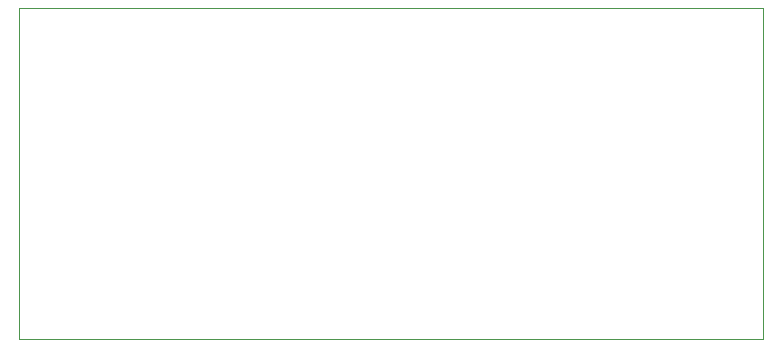
<source format=gm1>
G04 #@! TF.GenerationSoftware,KiCad,Pcbnew,6.0.2+dfsg-1*
G04 #@! TF.CreationDate,2022-08-21T17:24:25+02:00*
G04 #@! TF.ProjectId,EspFanPwm,45737046-616e-4507-976d-2e6b69636164,rev?*
G04 #@! TF.SameCoordinates,Original*
G04 #@! TF.FileFunction,Profile,NP*
%FSLAX46Y46*%
G04 Gerber Fmt 4.6, Leading zero omitted, Abs format (unit mm)*
G04 Created by KiCad (PCBNEW 6.0.2+dfsg-1) date 2022-08-21 17:24:25*
%MOMM*%
%LPD*%
G01*
G04 APERTURE LIST*
G04 #@! TA.AperFunction,Profile*
%ADD10C,0.100000*%
G04 #@! TD*
G04 APERTURE END LIST*
D10*
X105000000Y-83200000D02*
X168000000Y-83200000D01*
X168000000Y-83200000D02*
X168000000Y-111200000D01*
X168000000Y-111200000D02*
X105000000Y-111200000D01*
X105000000Y-111200000D02*
X105000000Y-83200000D01*
M02*

</source>
